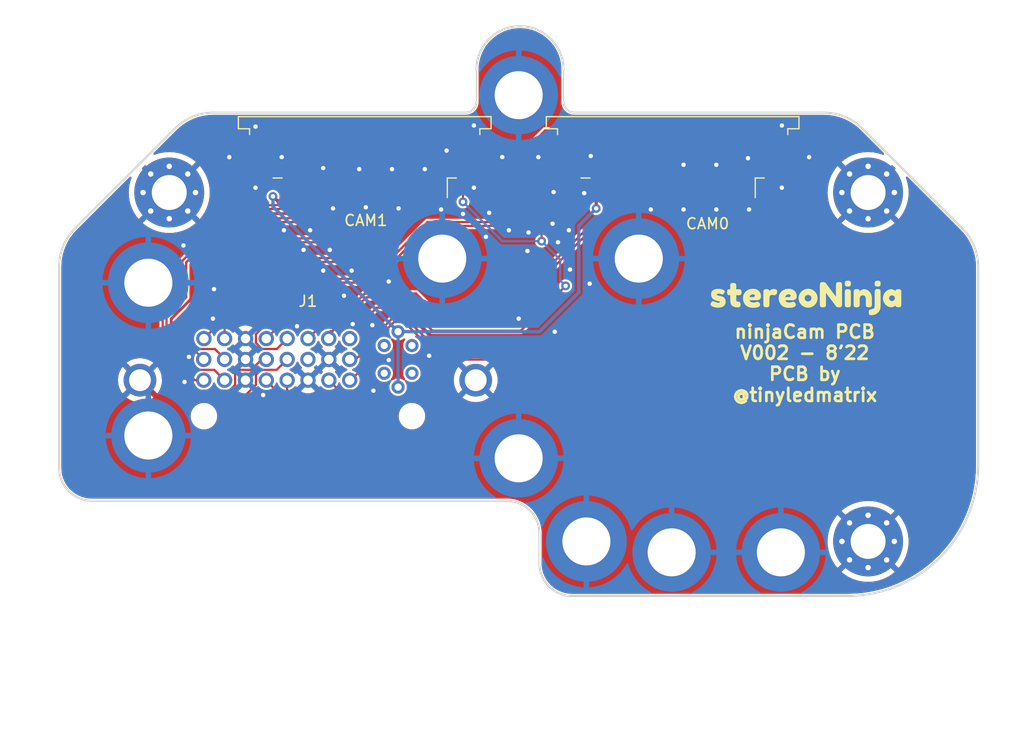
<source format=kicad_pcb>
(kicad_pcb (version 20211014) (generator pcbnew)
  (layers (0 "F.Cu" signal) (31 "B.Cu" signal) (34 "B.Paste" user) (35 "F.Paste" user) (36 "B.SilkS" user "B.Silkscreen") (37 "F.SilkS" user "F.Silkscreen") (38 "B.Mask" user) (39 "F.Mask" user) (44 "Edge.Cuts" user))
  (net 0 "")
  (net 1 "GND")
  (net 2 "/CAM0_D0_N")
  (net 3 "/CAM0_D0_P")
  (net 4 "/CAM0_D1_N")
  (net 5 "/CAM0_D1_P")
  (net 6 "/CAM0_CLK_N")
  (net 7 "/CAM0_CLK_P")
  (net 8 "/CAM_GPIO")
  (net 10 "/ID_SCL")
  (net 11 "/ID_SDA")
  (net 12 "/CAM_3V3")
  (net 13 "/CAM1_D0_P")
  (net 14 "/CAM1_D1_N")
  (net 15 "/CAM1_D1_P")
  (net 16 "/CAM1_CLK_N")
  (net 17 "/CAM1_CLK_P")
  (net 18 "/SCL0")
  (net 19 "/SDA0")
  (net 26 "+5V")
  (net 27 "/CAM1_D0_N")
  (footprint "MountingHole:MountingHole_3.2mm_M3_Pad_Via" (layer "F.Cu") (at 203.6 119.442842)
    (fp_text reference "H2" hide)
    (fp_text value "MountingHole_Pad")
    (pad "1" thru_hole circle locked (at 0 2.4) (size 0.8 0.8) (drill 0.5) (layers *.Cu *.Mask) (net 1 "GND"))
    (pad "1" thru_hole circle locked (at 1.697056 1.697056) (size 0.8 0.8) (drill 0.5) (layers *.Cu *.Mask) (net 1 "GND"))
    (pad "1" thru_hole circle locked (at -2.4 0) (size 0.8 0.8) (drill 0.5) (layers *.Cu *.Mask) (net 1 "GND"))
    (pad "1" thru_hole circle locked (at -1.697056 -1.697056) (size 0.8 0.8) (drill 0.5) (layers *.Cu *.Mask) (net 1 "GND"))
    (pad "1" thru_hole circle locked (at -1.697056 1.697056) (size 0.8 0.8) (drill 0.5) (layers *.Cu *.Mask) (net 1 "GND"))
    (pad "1" thru_hole circle locked (at 0 0) (size 6.4 6.4) (drill 3.2) (layers *.Cu *.Mask) (net 1 "GND"))
    (pad "1" thru_hole circle locked (at 1.697056 -1.697056) (size 0.8 0.8) (drill 0.5) (layers *.Cu *.Mask) (net 1 "GND"))
    (pad "1" thru_hole circle locked (at 2.4 0) (size 0.8 0.8) (drill 0.5) (layers *.Cu *.Mask) (net 1 "GND"))
    (pad "1" thru_hole circle locked (at 0 -2.4) (size 0.8 0.8) (drill 0.5) (layers *.Cu *.Mask) (net 1 "GND"))
  )
  (footprint "Connector_FFC-FPC:TE_1-84952-5_1x15-1MP_P1.0mm_Horizontal" (layer "F.Cu") (at 221.5 117.2 180)
    (fp_text reference "CAM1" (at -0.1 -4.8) (layer "F.SilkS"))
    (fp_text value "15p FCC 1mm pitch connetor")
    (pad "1" smd rect locked (at -7 -1.8 180) (size 0.61 2) (layers "F.Cu" "F.Paste" "F.Mask") (net 1 "GND"))
    (pad "2" smd rect locked (at -6 -1.8 180) (size 0.61 2) (layers "F.Cu" "F.Paste" "F.Mask") (net 27 "/CAM1_D0_N"))
    (pad "3" smd rect locked (at -5 -1.8 180) (size 0.61 2) (layers "F.Cu" "F.Paste" "F.Mask") (net 13 "/CAM1_D0_P"))
    (pad "4" smd rect locked (at -4 -1.8 180) (size 0.61 2) (layers "F.Cu" "F.Paste" "F.Mask") (net 1 "GND"))
    (pad "5" smd rect locked (at -3 -1.8 180) (size 0.61 2) (layers "F.Cu" "F.Paste" "F.Mask") (net 14 "/CAM1_D1_N"))
    (pad "6" smd rect locked (at -2 -1.8 180) (size 0.61 2) (layers "F.Cu" "F.Paste" "F.Mask") (net 15 "/CAM1_D1_P"))
    (pad "7" smd rect locked (at -1 -1.8 180) (size 0.61 2) (layers "F.Cu" "F.Paste" "F.Mask") (net 1 "GND"))
    (pad "8" smd rect locked (at 0 -1.8 180) (size 0.61 2) (layers "F.Cu" "F.Paste" "F.Mask") (net 16 "/CAM1_CLK_N"))
    (pad "9" smd rect locked (at 1 -1.8 180) (size 0.61 2) (layers "F.Cu" "F.Paste" "F.Mask") (net 17 "/CAM1_CLK_P"))
    (pad "10" smd rect locked (at 2 -1.8 180) (size 0.61 2) (layers "F.Cu" "F.Paste" "F.Mask") (net 1 "GND"))
    (pad "11" smd rect locked (at 3 -1.8 180) (size 0.61 2) (layers "F.Cu" "F.Paste" "F.Mask") (net 8 "/CAM_GPIO"))
    (pad "12" smd rect locked (at 4 -1.8 180) (size 0.61 2) (layers "F.Cu" "F.Paste" "F.Mask"))
    (pad "13" smd rect locked (at 5 -1.8 180) (size 0.61 2) (layers "F.Cu" "F.Paste" "F.Mask") (net 18 "/SCL0"))
    (pad "14" smd rect locked (at 6 -1.8 180) (size 0.61 2) (layers "F.Cu" "F.Paste" "F.Mask") (net 19 "/SDA0"))
    (pad "15" smd rect locked (at 7 -1.8 180) (size 0.61 2) (layers "F.Cu" "F.Paste" "F.Mask") (net 12 "/CAM_3V3"))
    (pad "MP" smd rect locked (at 9.99 1 180) (size 2.68 3.6) (layers "F.Cu" "F.Paste" "F.Mask") (net 1 "GND"))
    (pad "MP" smd rect locked (at -9.99 1 180) (size 2.68 3.6) (layers "F.Cu" "F.Paste" "F.Mask") (net 1 "GND"))
  )
  (footprint "MountingHole:MountingHole_3.2mm_M3_Pad_Via" (layer "F.Cu") (at 267.6 119.442842)
    (fp_text reference "H4" hide)
    (fp_text value "MountingHole_Pad")
    (pad "1" thru_hole circle locked (at -1.697056 -1.697056) (size 0.8 0.8) (drill 0.5) (layers *.Cu *.Mask) (net 1 "GND"))
    (pad "1" thru_hole circle locked (at 2.4 0) (size 0.8 0.8) (drill 0.5) (layers *.Cu *.Mask) (net 1 "GND"))
    (pad "1" thru_hole circle locked (at 0 -2.4) (size 0.8 0.8) (drill 0.5) (layers *.Cu *.Mask) (net 1 "GND"))
    (pad "1" thru_hole circle locked (at -1.697056 1.697056) (size 0.8 0.8) (drill 0.5) (layers *.Cu *.Mask) (net 1 "GND"))
    (pad "1" thru_hole circle locked (at 1.697056 1.697056) (size 0.8 0.8) (drill 0.5) (layers *.Cu *.Mask) (net 1 "GND"))
    (pad "1" thru_hole circle locked (at 1.697056 -1.697056) (size 0.8 0.8) (drill 0.5) (layers *.Cu *.Mask) (net 1 "GND"))
    (pad "1" thru_hole circle locked (at 0 0) (size 6.4 6.4) (drill 3.2) (layers *.Cu *.Mask) (net 1 "GND"))
    (pad "1" thru_hole circle locked (at 0 2.4) (size 0.8 0.8) (drill 0.5) (layers *.Cu *.Mask) (net 1 "GND"))
    (pad "1" thru_hole circle locked (at -2.4 0) (size 0.8 0.8) (drill 0.5) (layers *.Cu *.Mask) (net 1 "GND"))
  )
  (footprint "Connector_FFC-FPC:TE_1-84952-5_1x15-1MP_P1.0mm_Horizontal" (layer "F.Cu") (at 249.7 117.2 180)
    (fp_text reference "CAM0" (at -3.2 -5.1) (layer "F.SilkS"))
    (fp_text value "15p FCC 1mm pitch connetor")
    (pad "1" smd rect locked (at -7 -1.8 180) (size 0.61 2) (layers "F.Cu" "F.Paste" "F.Mask") (net 1 "GND"))
    (pad "2" smd rect locked (at -6 -1.8 180) (size 0.61 2) (layers "F.Cu" "F.Paste" "F.Mask") (net 2 "/CAM0_D0_N"))
    (pad "3" smd rect locked (at -5 -1.8 180) (size 0.61 2) (layers "F.Cu" "F.Paste" "F.Mask") (net 3 "/CAM0_D0_P"))
    (pad "4" smd rect locked (at -4 -1.8 180) (size 0.61 2) (layers "F.Cu" "F.Paste" "F.Mask") (net 1 "GND"))
    (pad "5" smd rect locked (at -3 -1.8 180) (size 0.61 2) (layers "F.Cu" "F.Paste" "F.Mask") (net 4 "/CAM0_D1_N"))
    (pad "6" smd rect locked (at -2 -1.8 180) (size 0.61 2) (layers "F.Cu" "F.Paste" "F.Mask") (net 5 "/CAM0_D1_P"))
    (pad "7" smd rect locked (at -1 -1.8 180) (size 0.61 2) (layers "F.Cu" "F.Paste" "F.Mask") (net 1 "GND"))
    (pad "8" smd rect locked (at 0 -1.8 180) (size 0.61 2) (layers "F.Cu" "F.Paste" "F.Mask") (net 6 "/CAM0_CLK_N"))
    (pad "9" smd rect locked (at 1 -1.8 180) (size 0.61 2) (layers "F.Cu" "F.Paste" "F.Mask") (net 7 "/CAM0_CLK_P"))
    (pad "10" smd rect locked (at 2 -1.8 180) (size 0.61 2) (layers "F.Cu" "F.Paste" "F.Mask") (net 1 "GND"))
    (pad "11" smd rect locked (at 3 -1.8 180) (size 0.61 2) (layers "F.Cu" "F.Paste" "F.Mask") (net 8 "/CAM_GPIO"))
    (pad "12" smd rect locked (at 4 -1.8 180) (size 0.61 2) (layers "F.Cu" "F.Paste" "F.Mask"))
    (pad "13" smd rect locked (at 5 -1.8 180) (size 0.61 2) (layers "F.Cu" "F.Paste" "F.Mask") (net 10 "/ID_SCL"))
    (pad "14" smd rect locked (at 6 -1.8 180) (size 0.61 2) (layers "F.Cu" "F.Paste" "F.Mask") (net 11 "/ID_SDA"))
    (pad "15" smd rect locked (at 7 -1.8 180) (size 0.61 2) (layers "F.Cu" "F.Paste" "F.Mask") (net 12 "/CAM_3V3"))
    (pad "MP" smd rect locked (at -9.99 1 180) (size 2.68 3.6) (layers "F.Cu" "F.Paste" "F.Mask") (net 1 "GND"))
    (pad "MP" smd rect locked (at 9.99 1 180) (size 2.68 3.6) (layers "F.Cu" "F.Paste" "F.Mask") (net 1 "GND"))
  )
  (footprint "MountingHole:MountingHole_3.2mm_M3_Pad_Via" (layer "F.Cu") (at 267.6 151.415821)
    (fp_text reference "H5" hide)
    (fp_text value "MountingHole_Pad")
    (pad "1" thru_hole circle locked (at -1.697056 1.697056) (size 0.8 0.8) (drill 0.5) (layers *.Cu *.Mask) (net 1 "GND"))
    (pad "1" thru_hole circle locked (at 1.697056 -1.697056) (size 0.8 0.8) (drill 0.5) (layers *.Cu *.Mask) (net 1 "GND"))
    (pad "1" thru_hole circle locked (at -1.697056 -1.697056) (size 0.8 0.8) (drill 0.5) (layers *.Cu *.Mask) (net 1 "GND"))
    (pad "1" thru_hole circle locked (at 0 -2.4) (size 0.8 0.8) (drill 0.5) (layers *.Cu *.Mask) (net 1 "GND"))
    (pad "1" thru_hole circle locked (at 0 2.4) (size 0.8 0.8) (drill 0.5) (layers *.Cu *.Mask) (net 1 "GND"))
    (pad "1" thru_hole circle locked (at 0 0) (size 6.4 6.4) (drill 3.2) (layers *.Cu *.Mask) (net 1 "GND"))
    (pad "1" thru_hole circle locked (at -2.4 0) (size 0.8 0.8) (drill 0.5) (layers *.Cu *.Mask) (net 1 "GND"))
    (pad "1" thru_hole circle locked (at 1.697056 1.697056) (size 0.8 0.8) (drill 0.5) (layers *.Cu *.Mask) (net 1 "GND"))
    (pad "1" thru_hole circle locked (at 2.4 0) (size 0.8 0.8) (drill 0.5) (layers *.Cu *.Mask) (net 1 "GND"))
  )
  (footprint "kibuzzard-62BCCBE5" (layer "F.Cu") (at 261.9 129.1)
    (fp_text reference "kibuzzard-62BCCBE5" hide)
    (fp_text value "G***" hide)
  )
  (footprint "digikey-footprints:DVI_Female_74320-9010" (layer "F.Cu") (at 216.3 134.735)
    (fp_text reference "J1" (at 0 -5.335) (layer "F.SilkS"))
    (fp_text value "DVI-HX-107DIP")
    (pad "" np_thru_hole circle (at -9.525 5.205) (size 1.93 1.93) (drill 1.93) (layers F&B.Cu *.Mask))
    (pad "" np_thru_hole circle (at 9.525 5.205) (size 1.93 1.93) (drill 1.93) (layers F&B.Cu *.Mask))
    (pad "1" thru_hole circle (at -9.525 -1.905) (size 1.4 1.4) (drill 0.86) (layers *.Cu *.Mask) (net 13 "/CAM1_D0_P"))
    (pad "2" thru_hole circle (at -7.6325 -1.905) (size 1.4 1.4) (drill 0.86) (layers *.Cu *.Mask) (net 27 "/CAM1_D0_N"))
    (pad "3" thru_hole circle (at -5.715 -1.905) (size 1.4 1.4) (drill 0.86) (layers *.Cu *.Mask) (net 1 "GND"))
    (pad "4" thru_hole circle (at -3.8125 -1.905) (size 1.4 1.4) (drill 0.86) (layers *.Cu *.Mask) (net 7 "/CAM0_CLK_P"))
    (pad "5" thru_hole circle (at -1.9025 -1.905) (size 1.4 1.4) (drill 0.86) (layers *.Cu *.Mask) (net 6 "/CAM0_CLK_N"))
    (pad "6" thru_hole circle (at 0.0075 -1.905) (size 1.4 1.4) (drill 0.86) (layers *.Cu *.Mask) (net 11 "/ID_SDA"))
    (pad "7" thru_hole circle (at 1.905 -1.905) (size 1.4 1.4) (drill 0.86) (layers *.Cu *.Mask) (net 10 "/ID_SCL"))
    (pad "8" thru_hole circle (at 3.8275 -1.905) (size 1.4 1.4) (drill 0.86) (layers *.Cu *.Mask))
    (pad "9" thru_hole circle (at -9.5425 0) (size 1.4 1.4) (drill 0.86) (layers *.Cu *.Mask) (net 15 "/CAM1_D1_P"))
    (pad "10" thru_hole circle (at -7.6325 0) (size 1.4 1.4) (drill 0.86) (layers *.Cu *.Mask) (net 14 "/CAM1_D1_N"))
    (pad "11" thru_hole circle (at -5.715 0) (size 1.4 1.4) (drill 0.86) (layers *.Cu *.Mask) (net 1 "GND"))
    (pad "12" thru_hole circle (at -3.81 0) (size 1.4 1.4) (drill 0.86) (layers *.Cu *.Mask) (net 18 "/SCL0"))
    (pad "13" thru_hole circle (at -1.905 0) (size 1.4 1.4) (drill 0.86) (layers *.Cu *.Mask) (net 19 "/SDA0"))
    (pad "14" thru_hole circle (at 0 0) (size 1.4 1.4) (drill 0.86) (layers *.Cu *.Mask) (net 26 "+5V"))
    (pad "15" thru_hole circle (at 1.9175 0) (size 1.4 1.4) (drill 0.86) (layers *.Cu *.Mask) (net 1 "GND"))
    (pad "16" thru_hole circle (at 3.8275 0) (size 1.4 1.4) (drill 0.86) (layers *.Cu *.Mask) (net 8 "/CAM_GPIO"))
    (pad "17" thru_hole circle (at -9.5425 1.905) (size 1.4 1.4) (drill 0.86) (layers *.Cu *.Mask) (net 17 "/CAM1_CLK_P"))
    (pad "18" thru_hole circle (at -7.6325 1.905) (size 1.4 1.4) (drill 0.86) (layers *.Cu *.Mask) (net 16 "/CAM1_CLK_N"))
    (pad "19" thru_hole circle (at -5.7225 1.905) (size 1.4 1.4) (drill 0.86) (layers *.Cu *.Mask) (net 1 "GND"))
    (pad "20" thru_hole circle (at -3.81 1.905) (size 1.4 1.4) (drill 0.86) (layers *.Cu *.Mask) (net 2 "/CAM0_D0_N"))
    (pad "21" thru_hole circle (at -1.905 1.905) (size 1.4 1.4) (drill 0.86) (layers *.Cu *.Mask) (net 3 "/CAM0_D0_P"))
    (pad "22" thru_hole circle (at 0.0075 1.905) (size 1.4 1.4) (drill 0.86) (layers *.Cu *.Mask) (net 1 "GND"))
    (pad "23" thru_hole circle (at 1.9175 1.905) (size 1.4 1.4) (drill 0.86) (layers *.Cu *.Mask) (net 4 "/CAM0_D1_N"))
    (pad "24" thru_hole circle (at 3.8275 1.905) (size 1.4 1.4) (drill 0.86) (layers *.Cu *.Mask) (net 5 "/CAM0_D1_P"))
    (pad "C1" thru_hole circle (at 6.985 -1.27) (size 1.2 1.2) (drill 0.66) (layers *.Cu *.Mask))
    (pad "C2" thru_hole circle (at 9.525 -1.27) (size 1.2 1.2) (drill 0.66) (layers *.Cu *.Mask))
    (pad "C3" thru_hole circle (at 6.985 1.27) (size 1.2 1.2) (drill 0.66) (layers *.Cu *.Mask))
    (pad "C4" thru_hole circle (at 9.525 1.27) (size 1.2 1.2) (drill 0.66) (layers *.Cu *.Mask))
    (pad "C5" thru_hole circle (at 8.255 2.54) (size 1.2 1.2) (drill 0.66) (layers *.Cu *.Mask) (net 12 "/CAM_3V3"))
    (pad "C5" thru_hole circle (at 8.255 -2.54) (size 1.2 1.2) (drill 0.66) (layers *.Cu *.Mask) (net 12 "/CAM_3V3"))
    (pad "SH" thru_hole circle (at 15.365 1.905) (size 3 3) (drill 2) (layers *.Cu *.Mask) (net 1 "GND"))
    (pad "SH" thru_hole circle (at -15.3825 1.905) (size 3 3) (drill 2) (layers *.Cu *.Mask) (net 1 "GND"))
  )
  (footprint "Eagle_WA-SMSI (rev21a):WA-SMSI_9774010360" (layer "B.Cu") (at 246.6 125.5 180)
    (fp_text reference "H8" hide)
    (fp_text value "MountingHole_Pad")
    (pad "" np_thru_hole circle (at 0 0 180) (size 4.4 4.4) (drill 4.4) (layers *.Cu *.Mask))
    (pad "1" smd roundrect (at 0 0 180) (size 7.4 7.4) (layers "B.Cu" "B.Mask") (roundrect_rratio 0.5) (net 1 "GND"))
  )
  (footprint "Eagle_WA-SMSI (rev21a):WA-SMSI_9774010360" (layer "B.Cu") (at 235.6 110.520461 180)
    (fp_text reference "H6" hide)
    (fp_text value "MountingHole_Pad")
    (pad "" np_thru_hole circle (at 0 0 180) (size 4.4 4.4) (drill 4.4) (layers *.Cu *.Mask))
    (pad "1" smd roundrect (at 0 0 180) (size 7.2 7.2) (layers "B.Cu" "B.Mask") (roundrect_rratio 0.5) (net 1 "GND"))
  )
  (footprint "Eagle_WA-SMSI (rev21a):WA-SMSI_9774010360" (layer "B.Cu") (at 235.6 143.8 180)
    (fp_text reference "H9" hide)
    (fp_text value "MountingHole_Pad")
    (pad "" np_thru_hole circle (at 0 0 180) (size 4.4 4.4) (drill 4.4) (layers *.Cu *.Mask))
    (pad "1" smd roundrect (at 0 0 180) (size 7.2 7.2) (layers "B.Cu" "B.Mask") (roundrect_rratio 0.5) (net 1 "GND"))
  )
  (footprint "Eagle_WA-SMSI (rev21a):WA-SMSI_9774010360" (layer "B.Cu") (at 249.611549 152.415821 180)
    (fp_text reference "H7" hide)
    (fp_text value "MountingHole_Pad")
    (pad "" np_thru_hole circle (at 0 0 180) (size 4.4 4.4) (drill 4.4) (layers *.Cu *.Mask))
    (pad "1" smd roundrect (at 0 0 180) (size 7.2 7.2) (layers "B.Cu" "B.Mask") (roundrect_rratio 0.5) (net 1 "GND"))
  )
  (footprint "Eagle_WA-SMSI (rev21a):WA-SMSI_9774010360" (layer "B.Cu") (at 201.684179 141.709222 180)
    (fp_text reference "H12" hide)
    (fp_text value "MountingHole_Pad")
    (pad "" np_thru_hole circle (at 0 0 180) (size 4.4 4.4) (drill 4.4) (layers *.Cu *.Mask))
    (pad "1" smd roundrect (at 0 0 180) (size 6.8 6.8) (layers "B.Cu" "B.Mask") (roundrect_rratio 0.5) (net 1 "GND"))
  )
  (footprint "Eagle_WA-SMSI (rev21a):WA-SMSI_9774010360" (layer "B.Cu") (at 201.684179 127.709222 180)
    (fp_text reference "H1" hide)
    (fp_text value "MountingHole_Pad")
    (pad "" np_thru_hole circle (at 0 0 180) (size 4.4 4.4) (drill 4.4) (layers *.Cu *.Mask))
    (pad "1" smd roundrect (at 0 0 180) (size 7.4 7.4) (layers "B.Cu" "B.Mask") (roundrect_rratio 0.5) (net 1 "GND"))
  )
  (footprint "Eagle_WA-SMSI (rev21a):WA-SMSI_9774010360" (layer "B.Cu") (at 241.8 151.415821 180)
    (fp_text reference "H11" hide)
    (fp_text value "MountingHole_Pad")
    (pad "" np_thru_hole circle (at 0 0 180) (size 4.4 4.4) (drill 4.4) (layers *.Cu *.Mask))
    (pad "1" smd roundrect (at 0 0 180) (size 7.4 7.4) (layers "B.Cu" "B.Mask") (roundrect_rratio 0.5) (net 1 "GND"))
  )
  (footprint "Eagle_WA-SMSI (rev21a):WA-SMSI_9774010360" (layer "B.Cu") (at 228.6 125.5 180)
    (fp_text reference "H10" hide)
    (fp_text value "MountingHole_Pad")
    (pad "" np_thru_hole circle (at 0 0 180) (size 4.4 4.4) (drill 4.4) (layers *.Cu *.Mask))
    (pad "1" smd roundrect (at 0 0 180) (size 7.2 7.2) (layers "B.Cu" "B.Mask") (roundrect_rratio 0.5) (net 1 "GND"))
  )
  (footprint "Eagle_WA-SMSI (rev21a):WA-SMSI_9774010360" (layer "B.Cu") (at 259.611549 152.415821 180)
    (fp_text reference "H3" hide)
    (fp_text value "MountingHole_Pad")
    (pad "" np_thru_hole circle (at 0 0 180) (size 4.4 4.4) (drill 4.4) (layers *.Cu *.Mask))
    (pad "1" smd roundrect (at 0 0 180) (size 7.2 7.2) (layers "B.Cu" "B.Mask") (roundrect_rratio 0.5) (net 1 "GND"))
  )
  (gr_arc (start 196.519095 147.687985) (mid 194.397774 146.809306) (end 193.519095 144.687985) (layer "Edge.Cuts") (width 0.2))
  (gr_line (start 230.729171 112.124179) (end 207.650162 112.124179) (layer "Edge.Cuts") (width 0.2))
  (gr_arc (start 277.680905 144.415821) (mid 274.166186 152.901102) (end 265.680905 156.415821) (layer "Edge.Cuts") (width 0.2))
  (gr_arc (start 276.216439 122.719713) (mid 277.300303 124.34183) (end 277.680905 126.255247) (layer "Edge.Cuts") (width 0.2))
  (gr_line (start 263.549838 112.124179) (end 240.708491 112.124179) (layer "Edge.Cuts") (width 0.2))
  (gr_arc (start 240.5 156.415821) (mid 238.37868 155.537141) (end 237.5 153.415821) (layer "Edge.Cuts") (width 0.2))
  (gr_line (start 193.519095 144.687985) (end 193.519095 126.255247) (layer "Edge.Cuts") (width 0.2))
  (gr_arc (start 263.549838 112.124179) (mid 265.463255 112.504781) (end 267.085372 113.588645) (layer "Edge.Cuts") (width 0.2))
  (gr_arc (start 231.729171 111.124179) (mid 231.436278 111.831286) (end 230.729171 112.124179) (layer "Edge.Cuts") (width 0.2))
  (gr_line (start 277.680905 126.255247) (end 277.680905 144.415821) (layer "Edge.Cuts") (width 0.2))
  (gr_line (start 239.708491 108.173839) (end 239.708491 111.124179) (layer "Edge.Cuts") (width 0.1))
  (gr_line (start 237.5 153.415821) (end 237.5 150.687985) (layer "Edge.Cuts") (width 0.2))
  (gr_arc (start 204.114629 113.588645) (mid 205.736745 112.504781) (end 207.650162 112.124179) (layer "Edge.Cuts") (width 0.2))
  (gr_line (start 267.085372 113.588645) (end 276.216439 122.719713) (layer "Edge.Cuts") (width 0.2))
  (gr_line (start 231.72917 108.173839) (end 231.72917 111.124179) (layer "Edge.Cuts") (width 0.1))
  (gr_arc (start 240.708491 112.124179) (mid 240.001384 111.831286) (end 239.708491 111.124179) (layer "Edge.Cuts") (width 0.2))
  (gr_line (start 204.114629 113.588645) (end 194.983561 122.719713) (layer "Edge.Cuts") (width 0.2))
  (gr_arc (start 193.519095 126.255247) (mid 193.899697 124.34183) (end 194.983561 122.719713) (layer "Edge.Cuts") (width 0.2))
  (gr_line (start 234.5 147.687985) (end 196.519095 147.687985) (layer "Edge.Cuts") (width 0.2))
  (gr_arc (start 234.5 147.687985) (mid 236.62132 148.566665) (end 237.5 150.687985) (layer "Edge.Cuts") (width 0.2))
  (gr_line (start 265.680905 156.415821) (end 240.5 156.415821) (layer "Edge.Cuts") (width 0.2))
  (gr_arc (start 231.72917 108.173839) (mid 235.71883 104.184179) (end 239.708491 108.173839) (layer "Edge.Cuts") (width 0.2))
  (gr_text "ninjaCam PCB\nV002 - 8'22\nPCB by\n@tinyledmatrix" (at 261.8 135.1) (layer "F.SilkS") (effects (font (size 1.2 1.2) (thickness 0.25))))
  (via (at 219.6 128.9) (size 0.8) (drill 0.4) (layers "F.Cu" "B.Cu") (net 1))
  (via (at 215.9 124.7) (size 0.8) (drill 0.4) (layers "F.Cu" "B.Cu") (net 1))
  (via (at 234.7 122.9) (size 0.8) (drill 0.4) (layers "F.Cu" "B.Cu") (net 1))
  (via (at 214.1 122.9) (size 0.8) (drill 0.4) (layers "F.Cu" "B.Cu") (net 1))
  (via (at 213.9 116.2) (size 0.8) (drill 0.4) (layers "F.Cu" "B.Cu") (net 1))
  (via (at 223.7 134.8) (size 0.8) (drill 0.4) (layers "F.Cu" "B.Cu") (net 1))
  (via (at 227.4 134.4) (size 0.8) (drill 0.4) (layers "F.Cu" "B.Cu") (net 1))
  (via (at 207.7 128.3) (size 0.8) (drill 0.4) (layers "F.Cu" "B.Cu") (net 1))
  (via (at 234.1 116.2) (size 0.8) (drill 0.4) (layers "F.Cu" "B.Cu") (net 1))
  (via (at 238.7 122.3) (size 0.8) (drill 0.4) (layers "F.Cu" "B.Cu") (net 1))
  (via (at 222.3 137.6) (size 0.8) (drill 0.4) (layers "F.Cu" "B.Cu") (net 1))
  (via (at 253.7 116.9) (size 0.8) (drill 0.4) (layers "F.Cu" "B.Cu") (net 1))
  (via (at 229 115.6) (size 0.8) (drill 0.4) (layers "F.Cu" "B.Cu") (net 1))
  (via (at 220.3 126.6) (size 0.8) (drill 0.4) (layers "F.Cu" "B.Cu") (net 1))
  (via (at 217.7 117.2) (size 0.8) (drill 0.4) (layers "F.Cu" "B.Cu") (net 1))
  (via (at 259.7 113.3) (size 0.8) (drill 0.4) (layers "F.Cu" "B.Cu") (net 1))
  (via (at 237.4 116.2) (size 0.8) (drill 0.4) (layers "F.Cu" "B.Cu") (net 1))
  (via (at 228.5 121) (size 0.8) (drill 0.4) (layers "F.Cu" "B.Cu") (net 1))
  (via (at 215.3 131.7) (size 0.8) (drill 0.4) (layers "F.Cu" "B.Cu") (net 1))
  (via (at 220.4 131.5) (size 0.8) (drill 0.4) (layers "F.Cu" "B.Cu") (net 1))
  (via (at 211.5 119) (size 0.8) (drill 0.4) (layers "F.Cu" "B.Cu") (net 1))
  (via (at 247.7 121) (size 0.8) (drill 0.4) (layers "F.Cu" "B.Cu") (net 1))
  (via (at 222.2 131.6) (size 0.8) (drill 0.4) (layers "F.Cu" "B.Cu") (net 1))
  (via (at 223.7 127.6) (size 0.8) (drill 0.4) (layers "F.Cu" "B.Cu") (net 1))
  (via (at 236.4 124.8) (size 0.8) (drill 0.4) (layers "F.Cu" "B.Cu") (net 1))
  (via (at 232.9 121.3) (size 0.8) (drill 0.4) (layers "F.Cu" "B.Cu") (net 1))
  (via (at 240.3 126.5) (size 0.8) (drill 0.4) (layers "F.Cu" "B.Cu") (net 1))
  (via (at 240.2 122.9) (size 0.8) (drill 0.4) (layers "F.Cu" "B.Cu") (net 1))
  (via (at 211.5 113.4) (size 0.8) (drill 0.4) (layers "F.Cu" "B.Cu") (net 1))
  (via (at 256.6 116.3) (size 0.8) (drill 0.4) (layers "F.Cu" "B.Cu") (net 1))
  (via (at 205.4 134.5) (size 0.8) (drill 0.4) (layers "F.Cu" "B.Cu") (net 1))
  (via (at 218.6 120.9) (size 0.8) (drill 0.4) (layers "F.Cu" "B.Cu") (net 1))
  (via (at 207.6 131) (size 0.8) (drill 0.4) (layers "F.Cu" "B.Cu") (net 1))
  (via (at 241.6 119.5) (size 0.8) (drill 0.4) (layers "F.Cu" "B.Cu") (net 1))
  (via (at 253.7 121) (size 0.8) (drill 0.4) (layers "F.Cu" "B.Cu") (net 1))
  (via (at 212.2 138) (size 0.8) (drill 0.4) (layers "F.Cu" "B.Cu") (net 1))
  (via (at 236.5 123.1) (size 0.8) (drill 0.4) (layers "F.Cu" "B.Cu") (net 1))
  (via (at 205 136.8) (size 0.8) (drill 0.4) (layers "F.Cu" "B.Cu") (net 1))
  (via (at 238.8 119.4) (size 0.8) (drill 0.4) (layers "F.Cu" "B.Cu") (net 1))
  (via (at 217.7 126.6) (size 0.8) (drill 0.4) (layers "F.Cu" "B.Cu") (net 1))
  (via (at 227 117.3) (size 0.8) (drill 0.4) (layers "F.Cu" "B.Cu") (net 1))
  (via (at 256.7 121) (size 0.8) (drill 0.4) (layers "F.Cu" "B.Cu") (net 1))
  (via (at 218.3 124.7) (size 0.8) (drill 0.4) (layers "F.Cu" "B.Cu") (net 1))
  (via (at 242.1 127.8) (size 0.8) (drill 0.4) (layers "F.Cu" "B.Cu") (net 1))
  (via (at 235.6 131) (size 0.8) (drill 0.4) (layers "F.Cu" "B.Cu") (net 1))
  (via (at 238.9 132.2) (size 0.8) (drill 0.4) (layers "F.Cu" "B.Cu") (net 1))
  (via (at 239.2 124) (size 0.8) (drill 0.4) (layers "F.Cu" "B.Cu") (net 1))
  (via (at 250.7 121) (size 0.8) (drill 0.4) (layers "F.Cu" "B.Cu") (net 1))
  (via (at 221.6 120.8) (size 0.8) (drill 0.4) (layers "F.Cu" "B.Cu") (net 1))
  (via (at 232.6 123.5) (size 0.8) (drill 0.4) (layers "F.Cu" "B.Cu") (net 1))
  (via (at 259.7 119) (size 0.8) (drill 0.4) (layers "F.Cu" "B.Cu") (net 1))
  (via (at 209.1 116.2) (size 0.8) (drill 0.4) (layers "F.Cu" "B.Cu") (net 1))
  (via (at 224.6 120.9) (size 0.8) (drill 0.4) (layers "F.Cu" "B.Cu") (net 1))
  (via (at 262.2 116.2) (size 0.8) (drill 0.4) (layers "F.Cu" "B.Cu") (net 1))
  (via (at 216.5 122.9) (size 0.8) (drill 0.4) (layers "F.Cu" "B.Cu") (net 1))
  (via (at 224 117.3) (size 0.8) (drill 0.4) (layers "F.Cu" "B.Cu") (net 1))
  (via (at 221 117.3) (size 0.8) (drill 0.4) (layers "F.Cu" "B.Cu") (net 1))
  (via (at 231.5 113.3) (size 0.8) (drill 0.4) (layers "F.Cu" "B.Cu") (net 1))
  (via (at 230.5 121.4) (size 0.8) (drill 0.4) (layers "F.Cu" "B.Cu") (net 1))
  (via (at 231.5 119) (size 0.8) (drill 0.4) (layers "F.Cu" "B.Cu") (net 1))
  (via (at 242.2 116.1) (size 0.8) (drill 0.4) (layers "F.Cu" "B.Cu") (net 1))
  (via (at 250.7 116.9) (size 0.8) (drill 0.4) (layers "F.Cu" "B.Cu") (net 1))
  (via (at 204.9 124.3) (size 0.8) (drill 0.4) (layers "F.Cu" "B.Cu") (net 1))
  (segment (start 255.7 126.2) (end 255.7 119) (width 0.2) (layer "F.Cu") (net 2))
  (segment (start 229.097487 134.75) (end 247.15 134.75) (width 0.2) (layer "F.Cu") (net 2))
  (segment (start 212.49 136.64) (end 212.49 136.69) (width 0.2) (layer "F.Cu") (net 2))
  (segment (start 247.15 134.75) (end 255.7 126.2) (width 0.2) (layer "F.Cu") (net 2))
  (segment (start 224.847487 139) (end 229.097487 134.75) (width 0.2) (layer "F.Cu") (net 2))
  (segment (start 212.49 136.69) (end 214.8 139) (width 0.2) (layer "F.Cu") (net 2))
  (segment (start 214.8 139) (end 224.847487 139) (width 0.2) (layer "F.Cu") (net 2))
  (segment (start 214.95 138.65) (end 214.395 138.095) (width 0.2) (layer "F.Cu") (net 3))
  (segment (start 228.952513 134.4) (end 224.702513 138.65) (width 0.2) (layer "F.Cu") (net 3))
  (segment (start 214.395 138.095) (end 214.395 136.64) (width 0.2) (layer "F.Cu") (net 3))
  (segment (start 247 134.4) (end 228.952513 134.4) (width 0.2) (layer "F.Cu") (net 3))
  (segment (start 254.7 126.7) (end 247 134.4) (width 0.2) (layer "F.Cu") (net 3))
  (segment (start 254.7 119) (end 254.7 126.7) (width 0.2) (layer "F.Cu") (net 3))
  (segment (start 224.702513 138.65) (end 214.95 138.65) (width 0.2) (layer "F.Cu") (net 3))
  (segment (start 245.494974 133.5) (end 227.3 133.5) (width 0.2) (layer "F.Cu") (net 4))
  (segment (start 225.1 131.3) (end 224.2 131.3) (width 0.2) (layer "F.Cu") (net 4))
  (segment (start 220.61 137.59) (end 219.1675 137.59) (width 0.2) (layer "F.Cu") (net 4))
  (segment (start 221.2 137) (end 220.61 137.59) (width 0.2) (layer "F.Cu") (net 4))
  (segment (start 221.2 136.15) (end 221.2 137) (width 0.2) (layer "F.Cu") (net 4))
  (segment (start 219.1675 137.59) (end 218.2175 136.64) (width 0.2) (layer "F.Cu") (net 4))
  (segment (start 252.7 119) (end 252.7 126.294974) (width 0.2) (layer "F.Cu") (net 4))
  (segment (start 252.7 126.294974) (end 245.494974 133.5) (width 0.2) (layer "F.Cu") (net 4))
  (segment (start 222.4 133.1) (end 222.4 134.95) (width 0.2) (layer "F.Cu") (net 4))
  (segment (start 227.3 133.5) (end 225.1 131.3) (width 0.2) (layer "F.Cu") (net 4))
  (segment (start 222.4 134.95) (end 221.2 136.15) (width 0.2) (layer "F.Cu") (net 4))
  (segment (start 224.2 131.3) (end 222.4 133.1) (width 0.2) (layer "F.Cu") (net 4))
  (segment (start 222.05 132.955026) (end 222.05 133.75) (width 0.2) (layer "F.Cu") (net 5))
  (segment (start 224.055025 130.95) (end 222.05 132.955026) (width 0.2) (layer "F.Cu") (net 5))
  (segment (start 227.444974 133.15) (end 225.244975 130.95) (width 0.2) (layer "F.Cu") (net 5))
  (segment (start 222.05 133.75) (end 222.05 134.805026) (width 0.2) (layer "F.Cu") (net 5))
  (segment (start 220.215026 136.64) (end 220.1275 136.64) (width 0.2) (layer "F.Cu") (net 5))
  (segment (start 251.7 126.8) (end 245.35 133.15) (width 0.2) (layer "F.Cu") (net 5))
  (segment (start 251.7 119) (end 251.7 126.8) (width 0.2) (layer "F.Cu") (net 5))
  (segment (start 245.35 133.15) (end 227.444974 133.15) (width 0.2) (layer "F.Cu") (net 5))
  (segment (start 225.244975 130.95) (end 224.055025 130.95) (width 0.2) (layer "F.Cu") (net 5))
  (segment (start 222.05 134.805026) (end 220.215026 136.64) (width 0.2) (layer "F.Cu") (net 5))
  (segment (start 249.7 117.7) (end 245.75 113.75) (width 0.2) (layer "F.Cu") (net 6))
  (segment (start 245.75 113.75) (end 238.025026 113.75) (width 0.2) (layer "F.Cu") (net 6))
  (segment (start 233.567516 122.15) (end 227.255026 122.15) (width 0.2) (layer "F.Cu") (net 6))
  (segment (start 211.5375 132.436497) (end 211.5375 133.223503) (width 0.2) (layer "F.Cu") (net 6))
  (segment (start 227.255026 122.15) (end 222.055026 127.35) (width 0.2) (layer "F.Cu") (net 6))
  (segment (start 211.5375 133.223503) (end 212.093997 133.78) (width 0.2) (layer "F.Cu") (net 6))
  (segment (start 213.122526 131.7) (end 212.273997 131.7) (width 0.2) (layer "F.Cu") (net 6))
  (segment (start 235.95 119.767515) (end 235.208758 120.508758) (width 0.2) (layer "F.Cu") (net 6))
  (segment (start 235.95 115.825025) (end 235.95 119.767515) (width 0.2) (layer "F.Cu") (net 6))
  (segment (start 217.472526 127.35) (end 213.122526 131.7) (width 0.2) (layer "F.Cu") (net 6))
  (segment (start 213.4475 133.78) (end 214.3975 132.83) (width 0.2) (layer "F.Cu") (net 6))
  (segment (start 222.055026 127.35) (end 217.472526 127.35) (width 0.2) (layer "F.Cu") (net 6))
  (segment (start 212.273997 131.7) (end 211.5375 132.436497) (width 0.2) (layer "F.Cu") (net 6))
  (segment (start 212.093997 133.78) (end 213.4475 133.78) (width 0.2) (layer "F.Cu") (net 6))
  (segment (start 238.025026 113.75) (end 235.95 115.825025) (width 0.2) (layer "F.Cu") (net 6))
  (segment (start 235.208758 120.508758) (end 233.567516 122.15) (width 0.2) (layer "F.Cu") (net 6))
  (segment (start 249.7 119) (end 249.7 117.7) (width 0.2) (layer "F.Cu") (net 6))
  (segment (start 238.17 114.1) (end 236.3 115.97) (width 0.2) (layer "F.Cu") (net 7))
  (segment (start 236.3 119.912489) (end 233.712489 122.5) (width 0.2) (layer "F.Cu") (net 7))
  (segment (start 222.2 127.7) (end 217.6175 127.7) (width 0.2) (layer "F.Cu") (net 7))
  (segment (start 245 114.1) (end 238.17 114.1) (width 0.2) (layer "F.Cu") (net 7))
  (segment (start 227.4 122.5) (end 222.2 127.7) (width 0.2) (layer "F.Cu") (net 7))
  (segment (start 233.712489 122.5) (end 227.4 122.5) (width 0.2) (layer "F.Cu") (net 7))
  (segment (start 236.3 115.97) (end 236.3 119.912489) (width 0.2) (layer "F.Cu") (net 7))
  (segment (start 248.7 117.8) (end 245 114.1) (width 0.2) (layer "F.Cu") (net 7))
  (segment (start 248.7 119) (end 248.7 117.8) (width 0.2) (layer "F.Cu") (net 7))
  (segment (start 217.6175 127.7) (end 212.4875 132.83) (width 0.2) (layer "F.Cu") (net 7))
  (segment (start 237.7 123.9) (end 237.7 121.9) (width 0.2) (layer "F.Cu") (net 8))
  (segment (start 246.7 117.6) (end 246.7 119) (width 0.2) (layer "F.Cu") (net 8))
  (segment (start 230.5 118.85) (end 229.9 118.25) (width 0.2) (layer "F.Cu") (net 8))
  (segment (start 220.1275 134.735) (end 220.675052 134.735) (width 0.2) (layer "F.Cu") (net 8))
  (segment (start 220.675052 134.735) (end 221.2 134.210052) (width 0.2) (layer "F.Cu") (net 8))
  (segment (start 222.6 130) (end 225.6 130) (width 0.2) (layer "F.Cu") (net 8))
  (segment (start 242.5 117.1) (end 246.2 117.1) (width 0.2) (layer "F.Cu") (net 8))
  (segment (start 221.2 131.4) (end 222.6 130) (width 0.2) (layer "F.Cu") (net 8))
  (segment (start 219.3 116.5) (end 218.5 117.3) (width 0.2) (layer "F.Cu") (net 8))
  (segment (start 246.2 117.1) (end 246.7 117.6) (width 0.2) (layer "F.Cu") (net 8))
  (segment (start 228.9 116.5) (end 219.3 116.5) (width 0.2) (layer "F.Cu") (net 8))
  (segment (start 230.5 120.3) (end 230.5 118.85) (width 0.2) (layer "F.Cu") (net 8))
  (segment (start 235.8 132.1) (end 239.9 128) (width 0.2) (layer "F.Cu") (net 8))
  (segment (start 229.9 117.5) (end 228.9 116.5) (width 0.2) (layer "F.Cu") (net 8))
  (segment (start 227.7 132.1) (end 235.8 132.1) (width 0.2) (layer "F.Cu") (net 8))
  (segment (start 229.9 118.25) (end 229.9 117.5) (width 0.2) (layer "F.Cu") (net 8))
  (segment (start 225.6 130) (end 227.7 132.1) (width 0.2) (layer "F.Cu") (net 8))
  (segment (start 221.2 134.210052) (end 221.2 131.4) (width 0.2) (layer "F.Cu") (net 8))
  (segment (start 237.7 121.9) (end 242.5 117.1) (width 0.2) (layer "F.Cu") (net 8))
  (segment (start 218.5 117.3) (end 218.5 119) (width 0.2) (layer "F.Cu") (net 8))
  (via (at 239.9 128) (size 0.8) (drill 0.4) (layers "F.Cu" "B.Cu") (net 8))
  (via (at 230.5 120.3) (size 0.8) (drill 0.4) (layers "F.Cu" "B.Cu") (net 8))
  (via (at 237.7 123.9) (size 0.8) (drill 0.4) (layers "F.Cu" "B.Cu") (net 8))
  (segment (start 239.4 125.6) (end 237.7 123.9) (width 0.2) (layer "B.Cu") (net 8))
  (segment (start 239.9 128) (end 239.4 127.5) (width 0.2) (layer "B.Cu") (net 8))
  (segment (start 239.4 127.5) (end 239.4 125.6) (width 0.2) (layer "B.Cu") (net 8))
  (segment (start 237.7 123.9) (end 234.1 123.9) (width 0.2) (layer "B.Cu") (net 8))
  (segment (start 234.1 123.9) (end 230.5 120.3) (width 0.2) (layer "B.Cu") (net 8))
  (segment (start 218.35 132.15) (end 218.544975 132.15) (width 0.2) (layer "F.Cu") (net 10))
  (segment (start 218.544975 132.15) (end 221.644974 129.05) (width 0.2) (layer "F.Cu") (net 10))
  (segment (start 218.205 132.83) (end 218.205 132.295) (width 0.2) (layer "F.Cu") (net 10))
  (segment (start 226.05 129.05) (end 227.95 130.95) (width 0.2) (layer "F.Cu") (net 10))
  (segment (start 227.95 130.95) (end 234.150001 130.95) (width 0.2) (layer "F.Cu") (net 10))
  (segment (start 221.644974 129.05) (end 226.05 129.05) (width 0.2) (layer "F.Cu") (net 10))
  (segment (start 218.205 132.295) (end 218.35 132.15) (width 0.2) (layer "F.Cu") (net 10))
  (segment (start 234.150001 130.95) (end 244.7 120.4) (width 0.2) (layer "F.Cu") (net 10))
  (segment (start 244.7 120.4) (end 244.7 119) (width 0.2) (layer "F.Cu") (net 10))
  (segment (start 234.005026 130.6) (end 228.1 130.6) (width 0.2) (layer "F.Cu") (net 11))
  (segment (start 218.4 131.8) (end 217.3375 131.8) (width 0.2) (layer "F.Cu") (net 11))
  (segment (start 217.3375 131.8) (end 216.3075 132.83) (width 0.2) (layer "F.Cu") (net 11))
  (segment (start 243.7 120.905026) (end 234.005026 130.6) (width 0.2) (layer "F.Cu") (net 11))
  (segment (start 243.7 119) (end 243.7 120.905026) (width 0.2) (layer "F.Cu") (net 11))
  (segment (start 226.2 128.7) (end 221.5 128.7) (width 0.2) (layer "F.Cu") (net 11))
  (segment (start 221.5 128.7) (end 218.4 131.8) (width 0.2) (layer "F.Cu") (net 11))
  (segment (start 228.1 130.6) (end 226.2 128.7) (width 0.2) (layer "F.Cu") (net 11))
  (segment (start 213.1 119.8) (end 213.5 120.2) (width 0.3) (layer "F.Cu") (net 12))
  (segment (start 242.7 120.7) (end 242.7 120.9) (width 0.3) (layer "F.Cu") (net 12))
  (segment (start 213.5 120.2) (end 214.2 120.2) (width 0.3) (layer "F.Cu") (net 12))
  (segment (start 214.5 119.9) (end 214.5 119) (width 0.3) (layer "F.Cu") (net 12))
  (segment (start 242.7 119) (end 242.7 120.7) (width 0.3) (layer "F.Cu") (net 12))
  (segment (start 214.2 120.2) (end 214.5 119.9) (width 0.3) (layer "F.Cu") (net 12))
  (via (at 242.7 120.9) (size 0.8) (drill 0.4) (layers "F.Cu" "B.Cu") (net 12))
  (via (at 213.1 119.8) (size 0.8) (drill 0.4) (layers "F.Cu" "B.Cu") (net 12))
  (segment (start 241.1 128.6) (end 237.505 132.195) (width 0.3) (layer "B.Cu") (net 12))
  (segment (start 224.555 137.275) (end 224.555 132.195) (width 0.3) (layer "B.Cu") (net 12))
  (segment (start 213.1 119.8) (end 213.1 120.74) (width 0.3) (layer "B.Cu") (net 12))
  (segment (start 237.505 132.195) (end 224.555 132.195) (width 0.3) (layer "B.Cu") (net 12))
  (segment (start 241.1 122.5) (end 241.1 128.6) (width 0.3) (layer "B.Cu") (net 12))
  (segment (start 213.1 120.74) (end 224.555 132.195) (width 0.3) (layer "B.Cu") (net 12))
  (segment (start 242.7 120.9) (end 241.1 122.5) (width 0.3) (layer "B.Cu") (net 12))
  (segment (start 221.302513 125.45) (end 226.5 120.252513) (width 0.2) (layer "F.Cu") (net 13))
  (segment (start 206.775 132.83) (end 214.155 125.45) (width 0.2) (layer "F.Cu") (net 13))
  (segment (start 226.5 120.252513) (end 226.5 119) (width 0.2) (layer "F.Cu") (net 13))
  (segment (start 214.155 125.45) (end 221.302513 125.45) (width 0.2) (layer "F.Cu") (net 13))
  (segment (start 207.785 133.785) (end 208 134) (width 0.2) (layer "F.Cu") (net 14))
  (segment (start 213.6 124) (end 220.3 124) (width 0.2) (layer "F.Cu") (net 14))
  (segment (start 206.715 133.785) (end 207.785 133.785) (width 0.2) (layer "F.Cu") (net 14))
  (segment (start 207.2 130.4) (end 213.6 124) (width 0.2) (layer "F.Cu") (net 14))
  (segment (start 208 134) (end 207.8 133.8) (width 0.2) (layer "F.Cu") (net 14))
  (segment (start 224.5 119.8) (end 224.5 119) (width 0.2) (layer "F.Cu") (net 14))
  (segment (start 208.6675 134.735) (end 208.6675 134.6675) (width 0.2) (layer "F.Cu") (net 14))
  (segment (start 205.7 132.6) (end 205.7 133.2) (width 0.2) (layer "F.Cu") (net 14))
  (segment (start 205.7 133.2) (end 206.285 133.785) (width 0.2) (layer "F.Cu") (net 14))
  (segment (start 206.285 133.785) (end 206.715 133.785) (width 0.2) (layer "F.Cu") (net 14))
  (segment (start 220.3 124) (end 224.5 119.8) (width 0.2) (layer "F.Cu") (net 14))
  (segment (start 208.6675 134.6675) (end 208 134) (width 0.2) (layer "F.Cu") (net 14))
  (segment (start 205.7 131.9) (end 205.7 132.6) (width 0.2) (layer "F.Cu") (net 14))
  (segment (start 207.2 130.4) (end 205.7 131.9) (width 0.2) (layer "F.Cu") (net 14))
  (segment (start 223.5 120.305026) (end 220.155026 123.65) (width 0.2) (layer "F.Cu") (net 15))
  (segment (start 205.35 133.344974) (end 206.740026 134.735) (width 0.2) (layer "F.Cu") (net 15))
  (segment (start 220.155026 123.65) (end 213.455025 123.65) (width 0.2) (layer "F.Cu") (net 15))
  (segment (start 213.455025 123.65) (end 205.35 131.755026) (width 0.2) (layer "F.Cu") (net 15))
  (segment (start 223.5 119) (end 223.5 120.305026) (width 0.2) (layer "F.Cu") (net 15))
  (segment (start 205.35 131.755026) (end 205.35 133.344974) (width 0.2) (layer "F.Cu") (net 15))
  (segment (start 206.740026 134.735) (end 206.7575 134.735) (width 0.2) (layer "F.Cu") (net 15))
  (segment (start 211.044974 122.15) (end 206.95 126.244974) (width 0.2) (layer "F.Cu") (net 16))
  (segment (start 221.5 119.8) (end 219.15 122.15) (width 0.2) (layer "F.Cu") (net 16))
  (segment (start 206.95 128.944974) (end 204.55 131.344974) (width 0.2) (layer "F.Cu") (net 16))
  (segment (start 221.5 119) (end 221.5 119.8) (width 0.2) (layer "F.Cu") (net 16))
  (segment (start 206.95 126.244974) (end 206.95 128.944974) (width 0.2) (layer "F.Cu") (net 16))
  (segment (start 205.49 135.69) (end 207.7175 135.69) (width 0.2) (layer "F.Cu") (net 16))
  (segment (start 219.15 122.15) (end 211.044974 122.15) (width 0.2) (layer "F.Cu") (net 16))
  (segment (start 207.7175 135.69) (end 208.6675 136.64) (width 0.2) (layer "F.Cu") (net 16))
  (segment (start 204.55 134.75) (end 205.49 135.69) (width 0.2) (layer "F.Cu") (net 16))
  (segment (start 204.55 131.344974) (end 204.55 134.75) (width 0.2) (layer "F.Cu") (net 16))
  (segment (start 219 121.8) (end 220.5 120.3) (width 0.2) (layer "F.Cu") (net 17))
  (segment (start 205.94 136.64) (end 204.2 134.9) (width 0.2) (layer "F.Cu") (net 17))
  (segment (start 206.7575 136.64) (end 205.94 136.64) (width 0.2) (layer "F.Cu") (net 17))
  (segment (start 204.2 134.9) (end 204.2 131.2) (width 0.2) (layer "F.Cu") (net 17))
  (segment (start 220.5 120.3) (end 220.5 119) (width 0.2) (layer "F.Cu") (net 17))
  (segment (start 210.9 121.8) (end 213.8 121.8) (width 0.2) (layer "F.Cu") (net 17))
  (segment (start 206.6 128.8) (end 206.6 126.1) (width 0.2) (layer "F.Cu") (net 17))
  (segment (start 213.8 121.8) (end 219 121.8) (width 0.2) (layer "F.Cu") (net 17))
  (segment (start 206.6 126.1) (end 210.9 121.8) (width 0.2) (layer "F.Cu") (net 17))
  (segment (start 204.2 131.2) (end 206.6 128.8) (width 0.2) (layer "F.Cu") (net 17))
  (segment (start 210.05 120.95) (end 205.15 125.85) (width 0.2) (layer "F.Cu") (net 18))
  (segment (start 203.35 130.844974) (end 203.35 136.255026) (width 0.2) (layer "F.Cu") (net 18))
  (segment (start 204.694974 137.6) (end 209.1 137.6) (width 0.2) (layer "F.Cu") (net 18))
  (segment (start 209.1 137.6) (end 209.6275 137.0725) (width 0.2) (layer "F.Cu") (net 18))
  (segment (start 216.5 119.8) (end 215.35 120.95) (width 0.2) (layer "F.Cu") (net 18))
  (segment (start 203.35 136.255026) (end 204.694974 137.6) (width 0.2) (layer "F.Cu") (net 18))
  (segment (start 215.35 120.95) (end 210.05 120.95) (width 0.2) (layer "F.Cu") (net 18))
  (segment (start 211.11 135.69) (end 212.065 134.735) (width 0.2) (layer "F.Cu") (net 18))
  (segment (start 209.91 135.69) (end 211.11 135.69) (width 0.2) (layer "F.Cu") (net 18))
  (segment (start 209.6275 137.0725) (end 209.6275 135.9725) (width 0.2) (layer "F.Cu") (net 18))
  (segment (start 205.15 125.85) (end 205.15 129.044974) (width 0.2) (layer "F.Cu") (net 18))
  (segment (start 205.15 129.044974) (end 203.35 130.844974) (width 0.2) (layer "F.Cu") (net 18))
  (segment (start 216.5 119) (end 216.5 119.8) (width 0.2) (layer "F.Cu") (net 18))
  (segment (start 212.065 134.735) (end 212.49 134.735) (width 0.2) (layer "F.Cu") (net 18))
  (segment (start 209.6275 135.9725) (end 209.91 135.69) (width 0.2) (layer "F.Cu") (net 18))
  (segment (start 215.1 120.6) (end 209.9 120.6) (width 0.2) (layer "F.Cu") (net 19))
  (segment (start 204.55 137.95) (end 210.65 137.95) (width 0.2) (layer "F.Cu") (net 19))
  (segment (start 213.44 135.69) (end 214.395 134.735) (width 0.2) (layer "F.Cu") (net 19))
  (segment (start 203 136.4) (end 204.55 137.95) (width 0.2) (layer "F.Cu") (net 19))
  (segment (start 211.54 136.16) (end 212.01 135.69) (width 0.2) (layer "F.Cu") (net 19))
  (segment (start 204.8 128.9) (end 203 130.7) (width 0.2) (layer "F.Cu") (net 19))
  (segment (start 203 130.7) (end 203 136.4) (width 0.2) (layer "F.Cu") (net 19))
  (segment (start 212.01 135.69) (end 213.44 135.69) (width 0.2) (layer "F.Cu") (net 19))
  (segment (start 209.9 120.6) (end 204.8 125.7) (width 0.2) (layer "F.Cu") (net 19))
  (segment (start 215.5 120.2) (end 215.1 120.6) (width 0.2) (layer "F.Cu") (net 19))
  (segment (start 210.65 137.95) (end 211.54 137.06) (width 0.2) (layer "F.Cu") (net 19))
  (segment (start 211.54 137.06) (end 211.54 136.16) (width 0.2) (layer "F.Cu") (net 19))
  (segment (start 215.5 119) (end 215.5 120.2) (width 0.2) (layer "F.Cu") (net 19))
  (segment (start 204.8 125.7) (end 204.8 128.9) (width 0.2) (layer "F.Cu") (net 19))
  (segment (start 227.5 119) (end 227.5 120.3) (width 0.2) (layer "F.Cu") (net 27))
  (segment (start 227.2 120.6) (end 226.647487 120.6) (width 0.2) (layer "F.Cu") (net 27))
  (segment (start 227.5 120.3) (end 227.2 120.6) (width 0.2) (layer "F.Cu") (net 27))
  (segment (start 214.3 125.8) (end 208.6675 131.4325) (width 0.2) (layer "F.Cu") (net 27))
  (segment (start 221.447487 125.8) (end 214.3 125.8) (width 0.2) (layer "F.Cu") (net 27))
  (segment (start 208.6675 131.4325) (end 208.6675 132.83) (width 0.2) (layer "F.Cu") (net 27))
  (segment (start 226.647487 120.6) (end 221.447487 125.8) (width 0.2) (layer "F.Cu") (net 27))
  (zone (net 1) (net_name "GND") (layers F&B.Cu) (connect_pads (clearance 0.2)) (min_thickness 0.2) (fill yes (thermal_gap 0.508) (thermal_bridge_width 0.508))
    (polygon (pts (xy 281.9 170.1) (xy 188.1 170.1) (xy 188.1 101.8) (xy 281.9 101.8)))
  )
)
</source>
